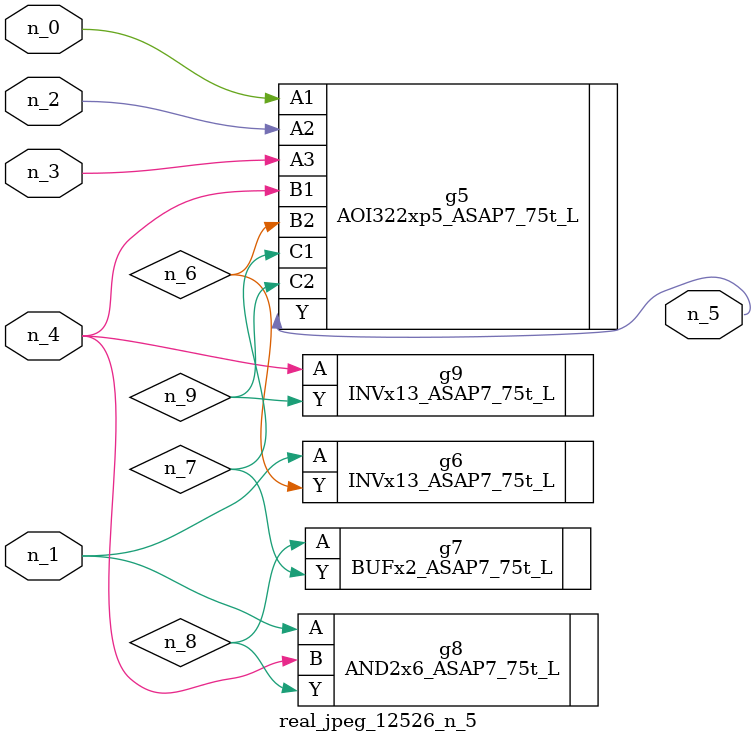
<source format=v>
module real_jpeg_12526_n_5 (n_4, n_0, n_1, n_2, n_3, n_5);

input n_4;
input n_0;
input n_1;
input n_2;
input n_3;

output n_5;

wire n_8;
wire n_6;
wire n_7;
wire n_9;

AOI322xp5_ASAP7_75t_L g5 ( 
.A1(n_0),
.A2(n_2),
.A3(n_3),
.B1(n_4),
.B2(n_6),
.C1(n_7),
.C2(n_9),
.Y(n_5)
);

INVx13_ASAP7_75t_L g6 ( 
.A(n_1),
.Y(n_6)
);

AND2x6_ASAP7_75t_L g8 ( 
.A(n_1),
.B(n_4),
.Y(n_8)
);

INVx13_ASAP7_75t_L g9 ( 
.A(n_4),
.Y(n_9)
);

BUFx2_ASAP7_75t_L g7 ( 
.A(n_8),
.Y(n_7)
);


endmodule
</source>
